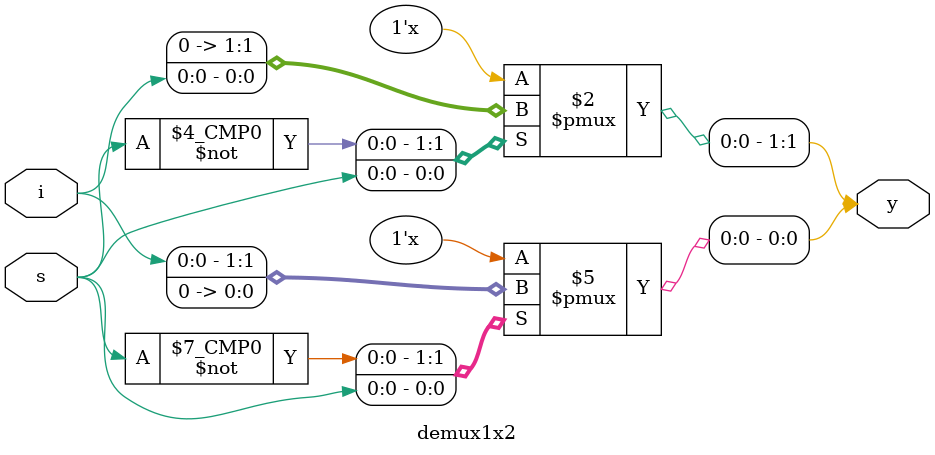
<source format=v>
module demux1x2(i,s,y);
  
  input i;
  input s;
  output reg [1:0] y;

  always@(i,s)
    case(s)
      1'b0: begin
        		y[0] = i;
        		y[1] = 0;
      		end
      1'b1: begin
       			y[0] = 0;
        		y[1] = i;
      		end
    endcase
endmodule
</source>
